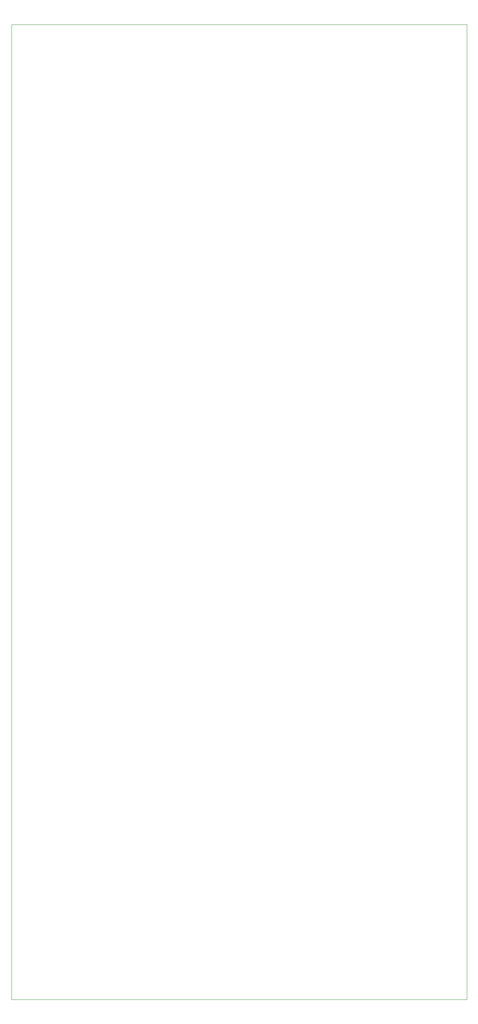
<source format=gbr>
G04 #@! TF.GenerationSoftware,KiCad,Pcbnew,(5.1.9)-1*
G04 #@! TF.CreationDate,2022-02-09T21:41:22-07:00*
G04 #@! TF.ProjectId,HDMI_to_DB9,48444d49-5f74-46f5-9f44-42392e6b6963,rev?*
G04 #@! TF.SameCoordinates,Original*
G04 #@! TF.FileFunction,Profile,NP*
%FSLAX46Y46*%
G04 Gerber Fmt 4.6, Leading zero omitted, Abs format (unit mm)*
G04 Created by KiCad (PCBNEW (5.1.9)-1) date 2022-02-09 21:41:22*
%MOMM*%
%LPD*%
G01*
G04 APERTURE LIST*
G04 #@! TA.AperFunction,Profile*
%ADD10C,0.050000*%
G04 #@! TD*
G04 APERTURE END LIST*
D10*
X100000000Y-216100000D02*
X100000000Y-209000000D01*
X-7000000Y-216100000D02*
X100000000Y-216100000D01*
X-7000000Y-209000000D02*
X-7000000Y-216100000D01*
X100000000Y13000000D02*
X-7000000Y13000000D01*
X100000000Y-209000000D02*
X100000000Y13000000D01*
X-7000000Y13000000D02*
X-7000000Y-209000000D01*
M02*

</source>
